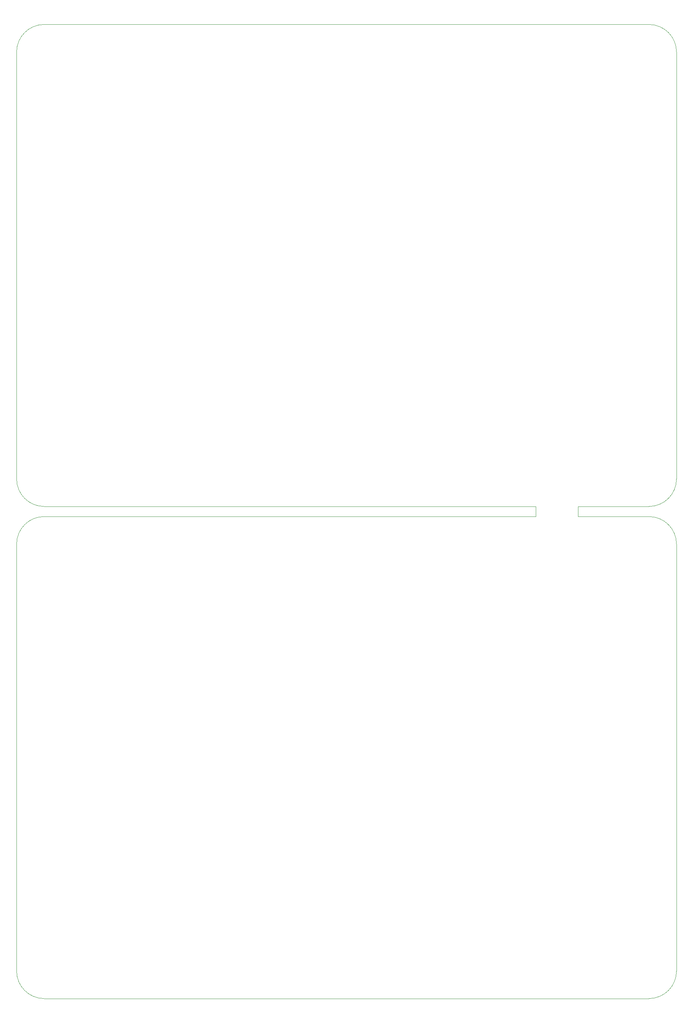
<source format=gm1>
%TF.GenerationSoftware,KiCad,Pcbnew,(6.0.5)*%
%TF.CreationDate,2022-11-15T17:21:09-05:00*%
%TF.ProjectId,OPSpec_v0.1.0-rounded,4f505370-6563-45f7-9630-2e312e302d72,rev?*%
%TF.SameCoordinates,Original*%
%TF.FileFunction,Profile,NP*%
%FSLAX46Y46*%
G04 Gerber Fmt 4.6, Leading zero omitted, Abs format (unit mm)*
G04 Created by KiCad (PCBNEW (6.0.5)) date 2022-11-15 17:21:09*
%MOMM*%
%LPD*%
G01*
G04 APERTURE LIST*
%TA.AperFunction,Profile*%
%ADD10C,0.050000*%
%TD*%
G04 APERTURE END LIST*
D10*
X242100000Y-159800000D02*
X242100000Y-58800000D01*
X86100000Y-159800000D02*
G75*
G03*
X92600000Y-166300000I6500000J0D01*
G01*
X242100000Y-58800000D02*
G75*
G03*
X235600000Y-52300000I-6500000J0D01*
G01*
X92600000Y-282700000D02*
X235600000Y-282700000D01*
X86100000Y-276200000D02*
G75*
G03*
X92600000Y-282700000I6500000J0D01*
G01*
X235600000Y-52300000D02*
X92600000Y-52300000D01*
X218800000Y-166300000D02*
X235600000Y-166300000D01*
X208800000Y-166300000D02*
X208800000Y-166300000D01*
X92600000Y-166300000D02*
X208800000Y-166300000D01*
X86100000Y-175200000D02*
X86100000Y-276200000D01*
X235600000Y-282700000D02*
G75*
G03*
X242100000Y-276200000I0J6500000D01*
G01*
X92600000Y-52300000D02*
G75*
G03*
X86100000Y-58800000I0J-6500000D01*
G01*
X208800000Y-166300000D02*
X208800000Y-168700000D01*
X218800000Y-168700000D02*
X218800000Y-168700000D01*
X218800000Y-168700000D02*
X218800000Y-168700000D01*
X208800000Y-168700000D02*
X92600000Y-168700000D01*
X235600000Y-168700000D02*
X218800000Y-168700000D01*
X92600000Y-168700000D02*
G75*
G03*
X86100000Y-175200000I0J-6500000D01*
G01*
X242100000Y-276200000D02*
X242100000Y-175200000D01*
X242100000Y-175200000D02*
G75*
G03*
X235600000Y-168700000I-6500000J0D01*
G01*
X218800000Y-166300000D02*
X218800000Y-168700000D01*
X235600000Y-166300000D02*
G75*
G03*
X242100000Y-159800000I0J6500000D01*
G01*
X86100000Y-58800000D02*
X86100000Y-159800000D01*
M02*

</source>
